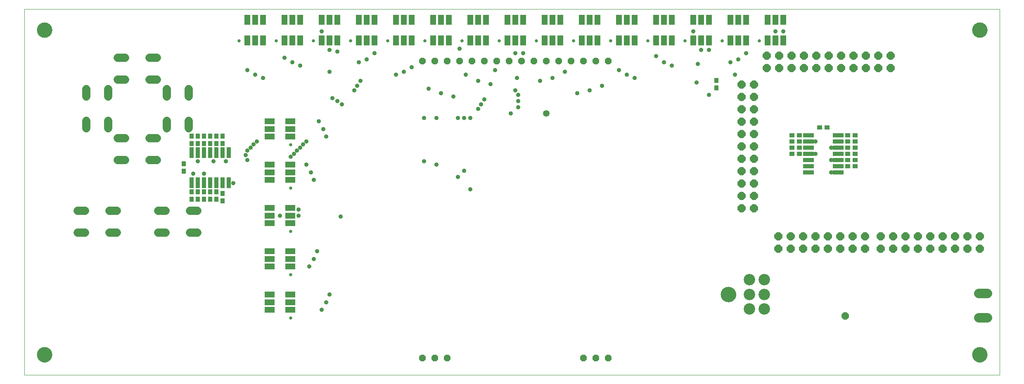
<source format=gts>
G75*
G70*
%OFA0B0*%
%FSLAX24Y24*%
%IPPOS*%
%LPD*%
%AMOC8*
5,1,8,0,0,1.08239X$1,22.5*
%
%ADD10C,0.0000*%
%ADD11C,0.1241*%
%ADD12OC8,0.0651*%
%ADD13OC8,0.0532*%
%ADD14C,0.0765*%
%ADD15C,0.0250*%
%ADD16R,0.0454X0.0847*%
%ADD17C,0.0920*%
%ADD18R,0.0414X0.0375*%
%ADD19R,0.0847X0.0454*%
%ADD20C,0.0660*%
%ADD21R,0.0375X0.0414*%
%ADD22R,0.0860X0.0320*%
%ADD23R,0.0320X0.0860*%
%ADD24C,0.0350*%
%ADD25C,0.0532*%
%ADD26OC8,0.0591*%
D10*
X000100Y000444D02*
X000100Y030003D01*
X078840Y030003D01*
X078840Y000444D01*
X000100Y000444D01*
X001134Y002069D02*
X001136Y002117D01*
X001142Y002165D01*
X001152Y002212D01*
X001165Y002258D01*
X001183Y002303D01*
X001203Y002347D01*
X001228Y002389D01*
X001256Y002428D01*
X001286Y002465D01*
X001320Y002499D01*
X001357Y002531D01*
X001395Y002560D01*
X001436Y002585D01*
X001479Y002607D01*
X001524Y002625D01*
X001570Y002639D01*
X001617Y002650D01*
X001665Y002657D01*
X001713Y002660D01*
X001761Y002659D01*
X001809Y002654D01*
X001857Y002645D01*
X001903Y002633D01*
X001948Y002616D01*
X001992Y002596D01*
X002034Y002573D01*
X002074Y002546D01*
X002112Y002516D01*
X002147Y002483D01*
X002179Y002447D01*
X002209Y002409D01*
X002235Y002368D01*
X002257Y002325D01*
X002277Y002281D01*
X002292Y002236D01*
X002304Y002189D01*
X002312Y002141D01*
X002316Y002093D01*
X002316Y002045D01*
X002312Y001997D01*
X002304Y001949D01*
X002292Y001902D01*
X002277Y001857D01*
X002257Y001813D01*
X002235Y001770D01*
X002209Y001729D01*
X002179Y001691D01*
X002147Y001655D01*
X002112Y001622D01*
X002074Y001592D01*
X002034Y001565D01*
X001992Y001542D01*
X001948Y001522D01*
X001903Y001505D01*
X001857Y001493D01*
X001809Y001484D01*
X001761Y001479D01*
X001713Y001478D01*
X001665Y001481D01*
X001617Y001488D01*
X001570Y001499D01*
X001524Y001513D01*
X001479Y001531D01*
X001436Y001553D01*
X001395Y001578D01*
X001357Y001607D01*
X001320Y001639D01*
X001286Y001673D01*
X001256Y001710D01*
X001228Y001749D01*
X001203Y001791D01*
X001183Y001835D01*
X001165Y001880D01*
X001152Y001926D01*
X001142Y001973D01*
X001136Y002021D01*
X001134Y002069D01*
X056351Y006944D02*
X056353Y006992D01*
X056359Y007040D01*
X056369Y007087D01*
X056382Y007133D01*
X056400Y007178D01*
X056420Y007222D01*
X056445Y007264D01*
X056473Y007303D01*
X056503Y007340D01*
X056537Y007374D01*
X056574Y007406D01*
X056612Y007435D01*
X056653Y007460D01*
X056696Y007482D01*
X056741Y007500D01*
X056787Y007514D01*
X056834Y007525D01*
X056882Y007532D01*
X056930Y007535D01*
X056978Y007534D01*
X057026Y007529D01*
X057074Y007520D01*
X057120Y007508D01*
X057165Y007491D01*
X057209Y007471D01*
X057251Y007448D01*
X057291Y007421D01*
X057329Y007391D01*
X057364Y007358D01*
X057396Y007322D01*
X057426Y007284D01*
X057452Y007243D01*
X057474Y007200D01*
X057494Y007156D01*
X057509Y007111D01*
X057521Y007064D01*
X057529Y007016D01*
X057533Y006968D01*
X057533Y006920D01*
X057529Y006872D01*
X057521Y006824D01*
X057509Y006777D01*
X057494Y006732D01*
X057474Y006688D01*
X057452Y006645D01*
X057426Y006604D01*
X057396Y006566D01*
X057364Y006530D01*
X057329Y006497D01*
X057291Y006467D01*
X057251Y006440D01*
X057209Y006417D01*
X057165Y006397D01*
X057120Y006380D01*
X057074Y006368D01*
X057026Y006359D01*
X056978Y006354D01*
X056930Y006353D01*
X056882Y006356D01*
X056834Y006363D01*
X056787Y006374D01*
X056741Y006388D01*
X056696Y006406D01*
X056653Y006428D01*
X056612Y006453D01*
X056574Y006482D01*
X056537Y006514D01*
X056503Y006548D01*
X056473Y006585D01*
X056445Y006624D01*
X056420Y006666D01*
X056400Y006710D01*
X056382Y006755D01*
X056369Y006801D01*
X056359Y006848D01*
X056353Y006896D01*
X056351Y006944D01*
X076634Y002069D02*
X076636Y002117D01*
X076642Y002165D01*
X076652Y002212D01*
X076665Y002258D01*
X076683Y002303D01*
X076703Y002347D01*
X076728Y002389D01*
X076756Y002428D01*
X076786Y002465D01*
X076820Y002499D01*
X076857Y002531D01*
X076895Y002560D01*
X076936Y002585D01*
X076979Y002607D01*
X077024Y002625D01*
X077070Y002639D01*
X077117Y002650D01*
X077165Y002657D01*
X077213Y002660D01*
X077261Y002659D01*
X077309Y002654D01*
X077357Y002645D01*
X077403Y002633D01*
X077448Y002616D01*
X077492Y002596D01*
X077534Y002573D01*
X077574Y002546D01*
X077612Y002516D01*
X077647Y002483D01*
X077679Y002447D01*
X077709Y002409D01*
X077735Y002368D01*
X077757Y002325D01*
X077777Y002281D01*
X077792Y002236D01*
X077804Y002189D01*
X077812Y002141D01*
X077816Y002093D01*
X077816Y002045D01*
X077812Y001997D01*
X077804Y001949D01*
X077792Y001902D01*
X077777Y001857D01*
X077757Y001813D01*
X077735Y001770D01*
X077709Y001729D01*
X077679Y001691D01*
X077647Y001655D01*
X077612Y001622D01*
X077574Y001592D01*
X077534Y001565D01*
X077492Y001542D01*
X077448Y001522D01*
X077403Y001505D01*
X077357Y001493D01*
X077309Y001484D01*
X077261Y001479D01*
X077213Y001478D01*
X077165Y001481D01*
X077117Y001488D01*
X077070Y001499D01*
X077024Y001513D01*
X076979Y001531D01*
X076936Y001553D01*
X076895Y001578D01*
X076857Y001607D01*
X076820Y001639D01*
X076786Y001673D01*
X076756Y001710D01*
X076728Y001749D01*
X076703Y001791D01*
X076683Y001835D01*
X076665Y001880D01*
X076652Y001926D01*
X076642Y001973D01*
X076636Y002021D01*
X076634Y002069D01*
X076634Y028319D02*
X076636Y028367D01*
X076642Y028415D01*
X076652Y028462D01*
X076665Y028508D01*
X076683Y028553D01*
X076703Y028597D01*
X076728Y028639D01*
X076756Y028678D01*
X076786Y028715D01*
X076820Y028749D01*
X076857Y028781D01*
X076895Y028810D01*
X076936Y028835D01*
X076979Y028857D01*
X077024Y028875D01*
X077070Y028889D01*
X077117Y028900D01*
X077165Y028907D01*
X077213Y028910D01*
X077261Y028909D01*
X077309Y028904D01*
X077357Y028895D01*
X077403Y028883D01*
X077448Y028866D01*
X077492Y028846D01*
X077534Y028823D01*
X077574Y028796D01*
X077612Y028766D01*
X077647Y028733D01*
X077679Y028697D01*
X077709Y028659D01*
X077735Y028618D01*
X077757Y028575D01*
X077777Y028531D01*
X077792Y028486D01*
X077804Y028439D01*
X077812Y028391D01*
X077816Y028343D01*
X077816Y028295D01*
X077812Y028247D01*
X077804Y028199D01*
X077792Y028152D01*
X077777Y028107D01*
X077757Y028063D01*
X077735Y028020D01*
X077709Y027979D01*
X077679Y027941D01*
X077647Y027905D01*
X077612Y027872D01*
X077574Y027842D01*
X077534Y027815D01*
X077492Y027792D01*
X077448Y027772D01*
X077403Y027755D01*
X077357Y027743D01*
X077309Y027734D01*
X077261Y027729D01*
X077213Y027728D01*
X077165Y027731D01*
X077117Y027738D01*
X077070Y027749D01*
X077024Y027763D01*
X076979Y027781D01*
X076936Y027803D01*
X076895Y027828D01*
X076857Y027857D01*
X076820Y027889D01*
X076786Y027923D01*
X076756Y027960D01*
X076728Y027999D01*
X076703Y028041D01*
X076683Y028085D01*
X076665Y028130D01*
X076652Y028176D01*
X076642Y028223D01*
X076636Y028271D01*
X076634Y028319D01*
X001134Y028319D02*
X001136Y028367D01*
X001142Y028415D01*
X001152Y028462D01*
X001165Y028508D01*
X001183Y028553D01*
X001203Y028597D01*
X001228Y028639D01*
X001256Y028678D01*
X001286Y028715D01*
X001320Y028749D01*
X001357Y028781D01*
X001395Y028810D01*
X001436Y028835D01*
X001479Y028857D01*
X001524Y028875D01*
X001570Y028889D01*
X001617Y028900D01*
X001665Y028907D01*
X001713Y028910D01*
X001761Y028909D01*
X001809Y028904D01*
X001857Y028895D01*
X001903Y028883D01*
X001948Y028866D01*
X001992Y028846D01*
X002034Y028823D01*
X002074Y028796D01*
X002112Y028766D01*
X002147Y028733D01*
X002179Y028697D01*
X002209Y028659D01*
X002235Y028618D01*
X002257Y028575D01*
X002277Y028531D01*
X002292Y028486D01*
X002304Y028439D01*
X002312Y028391D01*
X002316Y028343D01*
X002316Y028295D01*
X002312Y028247D01*
X002304Y028199D01*
X002292Y028152D01*
X002277Y028107D01*
X002257Y028063D01*
X002235Y028020D01*
X002209Y027979D01*
X002179Y027941D01*
X002147Y027905D01*
X002112Y027872D01*
X002074Y027842D01*
X002034Y027815D01*
X001992Y027792D01*
X001948Y027772D01*
X001903Y027755D01*
X001857Y027743D01*
X001809Y027734D01*
X001761Y027729D01*
X001713Y027728D01*
X001665Y027731D01*
X001617Y027738D01*
X001570Y027749D01*
X001524Y027763D01*
X001479Y027781D01*
X001436Y027803D01*
X001395Y027828D01*
X001357Y027857D01*
X001320Y027889D01*
X001286Y027923D01*
X001256Y027960D01*
X001228Y027999D01*
X001203Y028041D01*
X001183Y028085D01*
X001165Y028130D01*
X001152Y028176D01*
X001142Y028223D01*
X001136Y028271D01*
X001134Y028319D01*
D11*
X001725Y028319D03*
X056942Y006944D03*
X077225Y002069D03*
X077225Y028319D03*
X001725Y002069D03*
D12*
X057985Y013909D03*
X058985Y013909D03*
X058985Y014909D03*
X057985Y014909D03*
X057985Y015909D03*
X058985Y015909D03*
X058985Y016909D03*
X057985Y016909D03*
X057985Y017909D03*
X058985Y017909D03*
X058985Y018909D03*
X057985Y018909D03*
X057985Y019909D03*
X058985Y019909D03*
X058985Y020909D03*
X057985Y020909D03*
X057985Y021909D03*
X058985Y021909D03*
X058985Y022909D03*
X057985Y022909D03*
X057985Y023909D03*
X058985Y023909D03*
X060023Y025246D03*
X061023Y025246D03*
X062023Y025246D03*
X063023Y025246D03*
X064023Y025246D03*
X065023Y025246D03*
X066023Y025246D03*
X067023Y025246D03*
X068023Y025246D03*
X069023Y025246D03*
X070023Y025246D03*
X070023Y026246D03*
X069023Y026246D03*
X068023Y026246D03*
X067023Y026246D03*
X066023Y026246D03*
X065023Y026246D03*
X064023Y026246D03*
X063023Y026246D03*
X062023Y026246D03*
X061023Y026246D03*
X060023Y026246D03*
X060979Y011632D03*
X061979Y011632D03*
X062979Y011632D03*
X063979Y011632D03*
X064979Y011632D03*
X065979Y011632D03*
X066979Y011632D03*
X067979Y011632D03*
X069235Y011634D03*
X070235Y011634D03*
X071235Y011634D03*
X072235Y011634D03*
X073235Y011634D03*
X074235Y011634D03*
X075235Y011634D03*
X076235Y011634D03*
X077235Y011634D03*
X077235Y010634D03*
X076235Y010634D03*
X075235Y010634D03*
X074235Y010634D03*
X073235Y010634D03*
X072235Y010634D03*
X071235Y010634D03*
X070235Y010634D03*
X069235Y010634D03*
X067979Y010632D03*
X066979Y010632D03*
X065979Y010632D03*
X064979Y010632D03*
X063979Y010632D03*
X062979Y010632D03*
X061979Y010632D03*
X060979Y010632D03*
D13*
X047225Y001819D03*
X046225Y001819D03*
X045225Y001819D03*
X034225Y001819D03*
X033225Y001819D03*
X032225Y001819D03*
X032225Y025819D03*
X033225Y025819D03*
X034225Y025819D03*
X035225Y025819D03*
X036225Y025819D03*
X037225Y025819D03*
X038225Y025819D03*
X039225Y025819D03*
X040225Y025819D03*
X041225Y025819D03*
X042225Y025819D03*
X043225Y025819D03*
X044225Y025819D03*
X045225Y025819D03*
X046225Y025819D03*
X047225Y025819D03*
D14*
X077123Y007053D02*
X077828Y007053D01*
X077828Y005085D02*
X077123Y005085D01*
D15*
X021606Y005038D03*
X021606Y008538D03*
X021606Y012038D03*
X021606Y015538D03*
X021606Y019038D03*
X020444Y027438D03*
X023444Y027438D03*
X026444Y027438D03*
X029444Y027438D03*
X032444Y027438D03*
X035444Y027438D03*
X038444Y027438D03*
X041444Y027438D03*
X044444Y027438D03*
X047444Y027438D03*
X050444Y027438D03*
X053444Y027438D03*
X056444Y027438D03*
X059444Y027438D03*
X017444Y027438D03*
D16*
X018095Y027469D03*
X018725Y027469D03*
X019355Y027469D03*
X021095Y027469D03*
X021725Y027469D03*
X022355Y027469D03*
X024095Y027469D03*
X024725Y027469D03*
X025355Y027469D03*
X027095Y027469D03*
X027725Y027469D03*
X028355Y027469D03*
X030095Y027469D03*
X030725Y027469D03*
X031355Y027469D03*
X033095Y027469D03*
X033725Y027469D03*
X034355Y027469D03*
X036095Y027469D03*
X036725Y027469D03*
X037355Y027469D03*
X039095Y027469D03*
X039725Y027469D03*
X040355Y027469D03*
X042095Y027469D03*
X042725Y027469D03*
X043355Y027469D03*
X045095Y027469D03*
X045725Y027469D03*
X046355Y027469D03*
X048095Y027469D03*
X048725Y027469D03*
X049355Y027469D03*
X051095Y027469D03*
X051725Y027469D03*
X052355Y027469D03*
X054095Y027469D03*
X054725Y027469D03*
X055355Y027469D03*
X057095Y027469D03*
X057725Y027469D03*
X058355Y027469D03*
X060095Y027469D03*
X060725Y027469D03*
X061355Y027469D03*
X061355Y029149D03*
X060725Y029149D03*
X060095Y029149D03*
X058355Y029149D03*
X057725Y029149D03*
X057095Y029149D03*
X055355Y029149D03*
X054725Y029149D03*
X054095Y029149D03*
X052355Y029149D03*
X051725Y029149D03*
X051095Y029149D03*
X049355Y029149D03*
X048725Y029149D03*
X048095Y029149D03*
X046355Y029149D03*
X045725Y029149D03*
X045095Y029149D03*
X043355Y029149D03*
X042725Y029149D03*
X042095Y029149D03*
X040355Y029149D03*
X039725Y029149D03*
X039095Y029149D03*
X037355Y029149D03*
X036725Y029149D03*
X036095Y029149D03*
X034355Y029149D03*
X033725Y029149D03*
X033095Y029149D03*
X031355Y029149D03*
X030725Y029149D03*
X030095Y029149D03*
X028355Y029149D03*
X027725Y029149D03*
X027095Y029149D03*
X025355Y029149D03*
X024725Y029149D03*
X024095Y029149D03*
X022355Y029149D03*
X021725Y029149D03*
X021095Y029149D03*
X019355Y029149D03*
X018725Y029149D03*
X018095Y029149D03*
D17*
X058634Y008125D03*
X059816Y008125D03*
X059816Y006944D03*
X058634Y006944D03*
X058634Y005763D03*
X059816Y005763D03*
D18*
X066550Y017319D03*
X067150Y017319D03*
X067150Y017819D03*
X067150Y018319D03*
X066550Y018319D03*
X066550Y017819D03*
X066550Y018819D03*
X067150Y018819D03*
X067150Y019319D03*
X067150Y019819D03*
X066550Y019819D03*
X066550Y019319D03*
X064900Y020444D03*
X064300Y020444D03*
X062650Y019819D03*
X062650Y019319D03*
X062050Y019319D03*
X062050Y019819D03*
X062050Y018819D03*
X062650Y018819D03*
X062650Y018319D03*
X062050Y018319D03*
D19*
X021575Y017449D03*
X021575Y016819D03*
X021575Y016189D03*
X019895Y016189D03*
X019895Y016819D03*
X019895Y017449D03*
X019895Y019689D03*
X019895Y020319D03*
X019895Y020949D03*
X021575Y020949D03*
X021575Y020319D03*
X021575Y019689D03*
X021575Y013949D03*
X021575Y013319D03*
X021575Y012689D03*
X019895Y012689D03*
X019895Y013319D03*
X019895Y013949D03*
X019895Y010449D03*
X019895Y009819D03*
X019895Y009189D03*
X021575Y009189D03*
X021575Y009819D03*
X021575Y010449D03*
X021575Y006949D03*
X019895Y006949D03*
X019895Y006319D03*
X019895Y005689D03*
X021575Y005689D03*
X021575Y006319D03*
D20*
X014055Y011929D02*
X013455Y011929D01*
X011495Y011929D02*
X010895Y011929D01*
X007555Y011929D02*
X006955Y011929D01*
X004995Y011929D02*
X004395Y011929D01*
X004395Y013709D02*
X004995Y013709D01*
X006955Y013709D02*
X007555Y013709D01*
X010895Y013709D02*
X011495Y013709D01*
X013455Y013709D02*
X014055Y013709D01*
X010805Y017804D02*
X010205Y017804D01*
X008245Y017804D02*
X007645Y017804D01*
X007645Y019584D02*
X008245Y019584D01*
X006865Y020364D02*
X006865Y020964D01*
X005085Y020964D02*
X005085Y020364D01*
X010205Y019584D02*
X010805Y019584D01*
X011585Y020364D02*
X011585Y020964D01*
X013365Y020964D02*
X013365Y020364D01*
X013365Y022924D02*
X013365Y023524D01*
X011585Y023524D02*
X011585Y022924D01*
X010805Y024304D02*
X010205Y024304D01*
X008245Y024304D02*
X007645Y024304D01*
X006865Y023524D02*
X006865Y022924D01*
X005085Y022924D02*
X005085Y023524D01*
X007645Y026084D02*
X008245Y026084D01*
X010205Y026084D02*
X010805Y026084D01*
D21*
X013600Y019744D03*
X014100Y019744D03*
X014600Y019744D03*
X015100Y019744D03*
X015600Y019744D03*
X016100Y019744D03*
X016100Y019144D03*
X015600Y019144D03*
X015100Y019144D03*
X014600Y019144D03*
X014100Y019144D03*
X013600Y019144D03*
X012975Y017494D03*
X012975Y016894D03*
X013600Y015244D03*
X014100Y015244D03*
X014600Y015244D03*
X015100Y015244D03*
X015600Y015244D03*
X016100Y015119D03*
X016100Y014519D03*
X015600Y014644D03*
X015100Y014644D03*
X014600Y014644D03*
X014100Y014644D03*
X013600Y014644D03*
X055975Y023644D03*
X055975Y024244D03*
D22*
X063390Y019819D03*
X063390Y019319D03*
X063390Y018819D03*
X063390Y018319D03*
X063390Y017819D03*
X063390Y017319D03*
X063390Y016819D03*
X065810Y016819D03*
X065810Y017319D03*
X065810Y017819D03*
X065810Y018319D03*
X065810Y018819D03*
X065810Y019319D03*
X065810Y019819D03*
D23*
X016600Y018404D03*
X016100Y018404D03*
X015600Y018404D03*
X015100Y018404D03*
X014600Y018404D03*
X014100Y018404D03*
X013600Y018404D03*
X013600Y015984D03*
X014100Y015984D03*
X014600Y015984D03*
X015100Y015984D03*
X015600Y015984D03*
X016100Y015984D03*
X016600Y015984D03*
D24*
X016975Y015944D03*
X014600Y016694D03*
X013725Y016694D03*
X014100Y017694D03*
X015350Y017694D03*
X016350Y017694D03*
X017975Y018194D03*
X018100Y018569D03*
X018350Y018819D03*
X018600Y019069D03*
X018850Y019319D03*
X021600Y018069D03*
X021850Y018319D03*
X022100Y018569D03*
X022350Y018819D03*
X022600Y019069D03*
X022850Y019319D03*
X024475Y019694D03*
X024225Y020319D03*
X023850Y020944D03*
X025350Y022569D03*
X024975Y022819D03*
X025725Y022319D03*
X026725Y023444D03*
X026975Y023819D03*
X027225Y024194D03*
X024725Y024944D03*
X022350Y025444D03*
X021725Y025694D03*
X021100Y026069D03*
X018100Y025069D03*
X018725Y024694D03*
X019350Y024444D03*
X024725Y026694D03*
X025350Y026569D03*
X027725Y025944D03*
X027100Y025694D03*
X028350Y026444D03*
X031350Y025319D03*
X030725Y024944D03*
X030100Y024694D03*
X032725Y023569D03*
X033725Y023194D03*
X034725Y022944D03*
X036975Y022319D03*
X037225Y022694D03*
X036725Y021944D03*
X036100Y021194D03*
X035600Y021194D03*
X035100Y021194D03*
X033350Y021194D03*
X032350Y021194D03*
X037725Y023944D03*
X036725Y024194D03*
X035725Y024694D03*
X038100Y025069D03*
X039850Y024444D03*
X041725Y024194D03*
X042725Y024444D03*
X043725Y024944D03*
X046725Y023819D03*
X045725Y023444D03*
X044725Y023194D03*
X048725Y024694D03*
X049350Y024444D03*
X048100Y025069D03*
X051100Y026194D03*
X051725Y025694D03*
X052350Y025444D03*
X054475Y025569D03*
X057100Y025694D03*
X057725Y025944D03*
X058350Y026444D03*
X055350Y026694D03*
X054725Y026694D03*
X054100Y028194D03*
X060725Y028194D03*
X061350Y028194D03*
X057475Y024694D03*
X054350Y024069D03*
X055350Y023069D03*
X063975Y019319D03*
X065225Y018819D03*
X063975Y018319D03*
X065225Y017819D03*
X065225Y016819D03*
X039975Y022069D03*
X039975Y022569D03*
X039975Y023069D03*
X039725Y023444D03*
X039350Y021569D03*
X032350Y017694D03*
X033350Y017444D03*
X035100Y016444D03*
X035600Y016944D03*
X036100Y015444D03*
X025632Y013226D03*
X022225Y013319D03*
X022225Y013819D03*
X020725Y013319D03*
X023475Y016194D03*
X023225Y016819D03*
X022850Y017444D03*
X018100Y017819D03*
X023725Y010444D03*
X023475Y009819D03*
X023100Y009194D03*
X024725Y006944D03*
X024475Y006319D03*
X024100Y005694D03*
X039725Y026444D03*
X040350Y026444D03*
X035225Y026819D03*
X024100Y028194D03*
D25*
X042225Y021569D03*
D26*
X066350Y005194D03*
M02*

</source>
